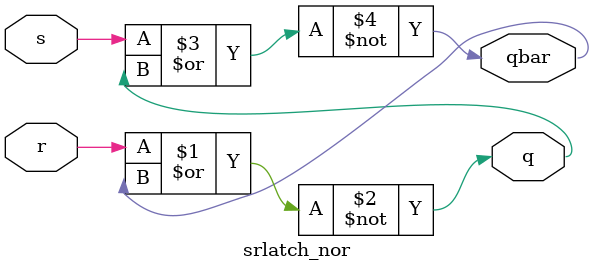
<source format=v>
module srlatch_nor(input s,r,output reg q,qbar);
  assign q=~(r | qbar);
  assign qbar=~(s | q);
endmodule

</source>
